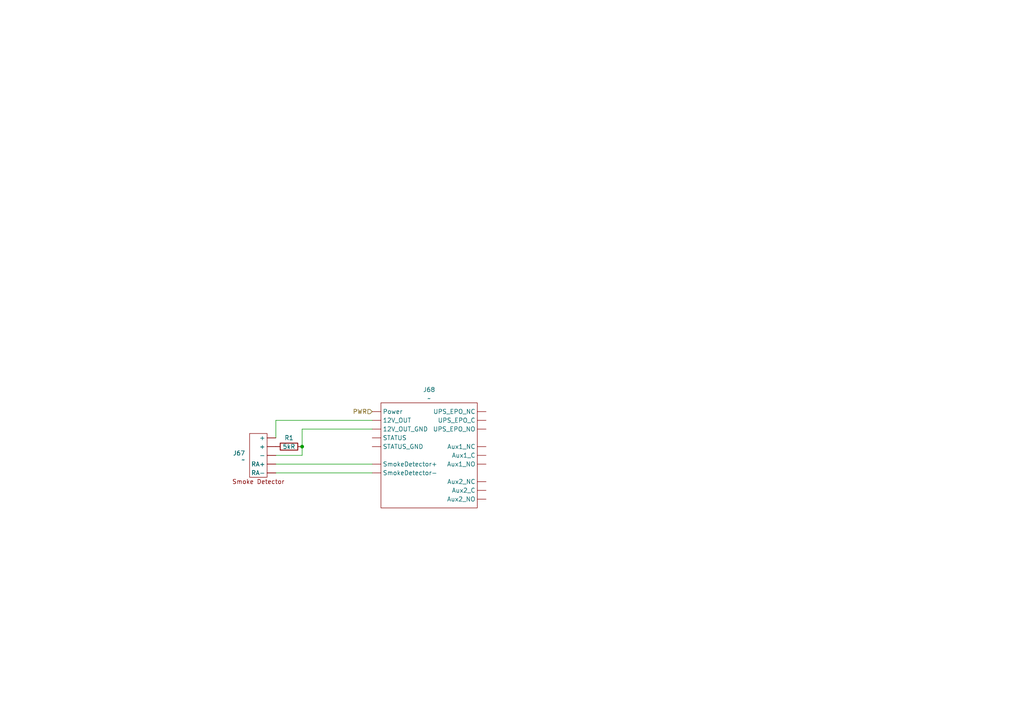
<source format=kicad_sch>
(kicad_sch
	(version 20231120)
	(generator "eeschema")
	(generator_version "8.0")
	(uuid "39f54bea-da80-4dd3-ab32-ae382075ce9b")
	(paper "A4")
	(lib_symbols
		(symbol "Device:R"
			(pin_numbers hide)
			(pin_names
				(offset 0)
			)
			(exclude_from_sim no)
			(in_bom yes)
			(on_board yes)
			(property "Reference" "R"
				(at 2.032 0 90)
				(effects
					(font
						(size 1.27 1.27)
					)
				)
			)
			(property "Value" "R"
				(at 0 0 90)
				(effects
					(font
						(size 1.27 1.27)
					)
				)
			)
			(property "Footprint" ""
				(at -1.778 0 90)
				(effects
					(font
						(size 1.27 1.27)
					)
					(hide yes)
				)
			)
			(property "Datasheet" "~"
				(at 0 0 0)
				(effects
					(font
						(size 1.27 1.27)
					)
					(hide yes)
				)
			)
			(property "Description" "Resistor"
				(at 0 0 0)
				(effects
					(font
						(size 1.27 1.27)
					)
					(hide yes)
				)
			)
			(property "ki_keywords" "R res resistor"
				(at 0 0 0)
				(effects
					(font
						(size 1.27 1.27)
					)
					(hide yes)
				)
			)
			(property "ki_fp_filters" "R_*"
				(at 0 0 0)
				(effects
					(font
						(size 1.27 1.27)
					)
					(hide yes)
				)
			)
			(symbol "R_0_1"
				(rectangle
					(start -1.016 -2.54)
					(end 1.016 2.54)
					(stroke
						(width 0.254)
						(type default)
					)
					(fill
						(type none)
					)
				)
			)
			(symbol "R_1_1"
				(pin passive line
					(at 0 3.81 270)
					(length 1.27)
					(name "~"
						(effects
							(font
								(size 1.27 1.27)
							)
						)
					)
					(number "1"
						(effects
							(font
								(size 1.27 1.27)
							)
						)
					)
				)
				(pin passive line
					(at 0 -3.81 90)
					(length 1.27)
					(name "~"
						(effects
							(font
								(size 1.27 1.27)
							)
						)
					)
					(number "2"
						(effects
							(font
								(size 1.27 1.27)
							)
						)
					)
				)
			)
		)
		(symbol "led_driver:fire_alarm_box"
			(exclude_from_sim no)
			(in_bom yes)
			(on_board yes)
			(property "Reference" "J"
				(at 0 16.764 0)
				(effects
					(font
						(size 1.27 1.27)
					)
				)
			)
			(property "Value" ""
				(at -8.89 15.24 0)
				(effects
					(font
						(size 1.27 1.27)
					)
				)
			)
			(property "Footprint" ""
				(at -8.89 15.24 0)
				(effects
					(font
						(size 1.27 1.27)
					)
					(hide yes)
				)
			)
			(property "Datasheet" ""
				(at -8.89 15.24 0)
				(effects
					(font
						(size 1.27 1.27)
					)
					(hide yes)
				)
			)
			(property "Description" ""
				(at -8.89 15.24 0)
				(effects
					(font
						(size 1.27 1.27)
					)
					(hide yes)
				)
			)
			(symbol "fire_alarm_box_0_1"
				(rectangle
					(start -13.97 15.24)
					(end 13.97 -15.24)
					(stroke
						(width 0)
						(type default)
					)
					(fill
						(type none)
					)
				)
			)
			(symbol "fire_alarm_box_1_1"
				(pin output line
					(at -16.51 10.16 0)
					(length 2.54)
					(name "12V_OUT"
						(effects
							(font
								(size 1.27 1.27)
							)
						)
					)
					(number ""
						(effects
							(font
								(size 1.27 1.27)
							)
						)
					)
				)
				(pin output line
					(at -16.51 7.62 0)
					(length 2.54)
					(name "12V_OUT_GND"
						(effects
							(font
								(size 1.27 1.27)
							)
						)
					)
					(number ""
						(effects
							(font
								(size 1.27 1.27)
							)
						)
					)
				)
				(pin output line
					(at 16.51 0 180)
					(length 2.54)
					(name "Aux1_C"
						(effects
							(font
								(size 1.27 1.27)
							)
						)
					)
					(number ""
						(effects
							(font
								(size 1.27 1.27)
							)
						)
					)
				)
				(pin output line
					(at 16.51 2.54 180)
					(length 2.54)
					(name "Aux1_NC"
						(effects
							(font
								(size 1.27 1.27)
							)
						)
					)
					(number ""
						(effects
							(font
								(size 1.27 1.27)
							)
						)
					)
				)
				(pin output line
					(at 16.51 -2.54 180)
					(length 2.54)
					(name "Aux1_NO"
						(effects
							(font
								(size 1.27 1.27)
							)
						)
					)
					(number ""
						(effects
							(font
								(size 1.27 1.27)
							)
						)
					)
				)
				(pin output line
					(at 16.51 -10.16 180)
					(length 2.54)
					(name "Aux2_C"
						(effects
							(font
								(size 1.27 1.27)
							)
						)
					)
					(number ""
						(effects
							(font
								(size 1.27 1.27)
							)
						)
					)
				)
				(pin output line
					(at 16.51 -7.62 180)
					(length 2.54)
					(name "Aux2_NC"
						(effects
							(font
								(size 1.27 1.27)
							)
						)
					)
					(number ""
						(effects
							(font
								(size 1.27 1.27)
							)
						)
					)
				)
				(pin output line
					(at 16.51 -12.7 180)
					(length 2.54)
					(name "Aux2_NO"
						(effects
							(font
								(size 1.27 1.27)
							)
						)
					)
					(number ""
						(effects
							(font
								(size 1.27 1.27)
							)
						)
					)
				)
				(pin input line
					(at -16.51 12.7 0)
					(length 2.54)
					(name "Power"
						(effects
							(font
								(size 1.27 1.27)
							)
						)
					)
					(number ""
						(effects
							(font
								(size 1.27 1.27)
							)
						)
					)
				)
				(pin output line
					(at -16.51 5.08 0)
					(length 2.54)
					(name "STATUS"
						(effects
							(font
								(size 1.27 1.27)
							)
						)
					)
					(number ""
						(effects
							(font
								(size 1.27 1.27)
							)
						)
					)
				)
				(pin output line
					(at -16.51 2.54 0)
					(length 2.54)
					(name "STATUS_GND"
						(effects
							(font
								(size 1.27 1.27)
							)
						)
					)
					(number ""
						(effects
							(font
								(size 1.27 1.27)
							)
						)
					)
				)
				(pin input line
					(at -16.51 -2.54 0)
					(length 2.54)
					(name "SmokeDetector+"
						(effects
							(font
								(size 1.27 1.27)
							)
						)
					)
					(number ""
						(effects
							(font
								(size 1.27 1.27)
							)
						)
					)
				)
				(pin input line
					(at -16.51 -5.08 0)
					(length 2.54)
					(name "SmokeDetector-"
						(effects
							(font
								(size 1.27 1.27)
							)
						)
					)
					(number ""
						(effects
							(font
								(size 1.27 1.27)
							)
						)
					)
				)
				(pin output line
					(at 16.51 10.16 180)
					(length 2.54)
					(name "UPS_EPO_C"
						(effects
							(font
								(size 1.27 1.27)
							)
						)
					)
					(number ""
						(effects
							(font
								(size 1.27 1.27)
							)
						)
					)
				)
				(pin output line
					(at 16.51 12.7 180)
					(length 2.54)
					(name "UPS_EPO_NC"
						(effects
							(font
								(size 1.27 1.27)
							)
						)
					)
					(number ""
						(effects
							(font
								(size 1.27 1.27)
							)
						)
					)
				)
				(pin output line
					(at 16.51 7.62 180)
					(length 2.54)
					(name "UPS_EPO_NO"
						(effects
							(font
								(size 1.27 1.27)
							)
						)
					)
					(number ""
						(effects
							(font
								(size 1.27 1.27)
							)
						)
					)
				)
			)
		)
		(symbol "led_driver:smoke_detector"
			(exclude_from_sim no)
			(in_bom yes)
			(on_board yes)
			(property "Reference" "J"
				(at 0 7.366 0)
				(effects
					(font
						(size 1.27 1.27)
					)
				)
			)
			(property "Value" ""
				(at 0 8.89 0)
				(effects
					(font
						(size 1.27 1.27)
					)
				)
			)
			(property "Footprint" ""
				(at 0 8.89 0)
				(effects
					(font
						(size 1.27 1.27)
					)
					(hide yes)
				)
			)
			(property "Datasheet" ""
				(at 0 8.89 0)
				(effects
					(font
						(size 1.27 1.27)
					)
					(hide yes)
				)
			)
			(property "Description" ""
				(at 0 8.89 0)
				(effects
					(font
						(size 1.27 1.27)
					)
					(hide yes)
				)
			)
			(symbol "smoke_detector_0_1"
				(rectangle
					(start -2.54 6.35)
					(end 2.54 -6.35)
					(stroke
						(width 0)
						(type default)
					)
					(fill
						(type none)
					)
				)
			)
			(symbol "smoke_detector_1_1"
				(text "Smoke Detector"
					(at 0 -7.62 0)
					(effects
						(font
							(size 1.27 1.27)
						)
					)
				)
				(pin input line
					(at -5.08 2.54 0)
					(length 2.54)
					(name "+"
						(effects
							(font
								(size 1.27 1.27)
							)
						)
					)
					(number ""
						(effects
							(font
								(size 1.27 1.27)
							)
						)
					)
				)
				(pin input line
					(at -5.08 5.08 0)
					(length 2.54)
					(name "+"
						(effects
							(font
								(size 1.27 1.27)
							)
						)
					)
					(number ""
						(effects
							(font
								(size 1.27 1.27)
							)
						)
					)
				)
				(pin input line
					(at -5.08 0 0)
					(length 2.54)
					(name "-"
						(effects
							(font
								(size 1.27 1.27)
							)
						)
					)
					(number ""
						(effects
							(font
								(size 1.27 1.27)
							)
						)
					)
				)
				(pin input line
					(at -5.08 -2.54 0)
					(length 2.54)
					(name "RA+"
						(effects
							(font
								(size 1.27 1.27)
							)
						)
					)
					(number ""
						(effects
							(font
								(size 1.27 1.27)
							)
						)
					)
				)
				(pin input line
					(at -5.08 -5.08 0)
					(length 2.54)
					(name "RA-"
						(effects
							(font
								(size 1.27 1.27)
							)
						)
					)
					(number ""
						(effects
							(font
								(size 1.27 1.27)
							)
						)
					)
				)
			)
		)
	)
	(junction
		(at 87.63 129.54)
		(diameter 0)
		(color 0 0 0 0)
		(uuid "fd29b426-da58-424c-b033-0374c8bf63cc")
	)
	(wire
		(pts
			(xy 80.01 134.62) (xy 107.95 134.62)
		)
		(stroke
			(width 0)
			(type default)
		)
		(uuid "38357e98-5ed1-47de-a3d4-1dce3b4e8038")
	)
	(wire
		(pts
			(xy 80.01 121.92) (xy 80.01 127)
		)
		(stroke
			(width 0)
			(type default)
		)
		(uuid "5a00c13e-d3b5-4535-9633-cd3d3c80bf1c")
	)
	(wire
		(pts
			(xy 87.63 129.54) (xy 87.63 132.08)
		)
		(stroke
			(width 0)
			(type default)
		)
		(uuid "5d772a02-526b-4d33-9849-1d2239b9b83b")
	)
	(wire
		(pts
			(xy 80.01 121.92) (xy 107.95 121.92)
		)
		(stroke
			(width 0)
			(type default)
		)
		(uuid "80a1339a-1ffb-4025-8de9-35953cef7be9")
	)
	(wire
		(pts
			(xy 80.01 137.16) (xy 107.95 137.16)
		)
		(stroke
			(width 0)
			(type default)
		)
		(uuid "9fdcd2c9-95b3-4c4c-85c5-e088a24b4bd5")
	)
	(wire
		(pts
			(xy 87.63 124.46) (xy 107.95 124.46)
		)
		(stroke
			(width 0)
			(type default)
		)
		(uuid "acaf3999-9a9e-4061-b152-d9cf286d4197")
	)
	(wire
		(pts
			(xy 87.63 124.46) (xy 87.63 129.54)
		)
		(stroke
			(width 0)
			(type default)
		)
		(uuid "aee0264d-cb0f-45f1-8e1d-ddfb13cc7795")
	)
	(wire
		(pts
			(xy 87.63 132.08) (xy 80.01 132.08)
		)
		(stroke
			(width 0)
			(type default)
		)
		(uuid "af9ec181-a099-44dc-b8fa-41c0100a5ad2")
	)
	(hierarchical_label "PWR"
		(shape input)
		(at 107.95 119.38 180)
		(fields_autoplaced yes)
		(effects
			(font
				(size 1.27 1.27)
			)
			(justify right)
		)
		(uuid "cf081a48-c5a4-413c-88be-687df03943da")
	)
	(symbol
		(lib_id "led_driver:smoke_detector")
		(at 74.93 132.08 0)
		(mirror y)
		(unit 1)
		(exclude_from_sim no)
		(in_bom yes)
		(on_board yes)
		(dnp no)
		(fields_autoplaced yes)
		(uuid "01b52a5d-35eb-4470-9e2a-4e338301c3df")
		(property "Reference" "J67"
			(at 71.12 131.4449 0)
			(effects
				(font
					(size 1.27 1.27)
				)
				(justify left)
			)
		)
		(property "Value" "~"
			(at 71.12 133.35 0)
			(effects
				(font
					(size 1.27 1.27)
				)
				(justify left)
			)
		)
		(property "Footprint" ""
			(at 74.93 123.19 0)
			(effects
				(font
					(size 1.27 1.27)
				)
				(hide yes)
			)
		)
		(property "Datasheet" ""
			(at 74.93 123.19 0)
			(effects
				(font
					(size 1.27 1.27)
				)
				(hide yes)
			)
		)
		(property "Description" ""
			(at 74.93 123.19 0)
			(effects
				(font
					(size 1.27 1.27)
				)
				(hide yes)
			)
		)
		(pin ""
			(uuid "6514ded9-2dbc-473b-a535-100a30b99880")
		)
		(pin ""
			(uuid "afd0a576-d9f1-4352-be9c-8a21cb853a75")
		)
		(pin ""
			(uuid "6dd7733f-59fe-4e8a-b622-27ee4133ce65")
		)
		(pin ""
			(uuid "2ac52cd9-2fe3-476d-809a-e93e4dfabac1")
		)
		(pin ""
			(uuid "4445dbce-3bb9-4c97-95d8-b9e24d802167")
		)
		(instances
			(project ""
				(path "/33b0be37-4aa5-415a-8914-5441d29c7862/22e05960-1e32-4e7e-977b-a6c927976b27/d54611e0-6afe-4059-974c-235a1b273f20"
					(reference "J67")
					(unit 1)
				)
			)
		)
	)
	(symbol
		(lib_id "Device:R")
		(at 83.82 129.54 270)
		(mirror x)
		(unit 1)
		(exclude_from_sim no)
		(in_bom yes)
		(on_board yes)
		(dnp no)
		(uuid "14239d08-c7c1-4cd2-80c5-5bf5f9849189")
		(property "Reference" "R1"
			(at 83.82 127 90)
			(effects
				(font
					(size 1.27 1.27)
				)
			)
		)
		(property "Value" "5kR"
			(at 83.82 129.54 90)
			(effects
				(font
					(size 1.27 1.27)
				)
			)
		)
		(property "Footprint" ""
			(at 83.82 131.318 90)
			(effects
				(font
					(size 1.27 1.27)
				)
				(hide yes)
			)
		)
		(property "Datasheet" "~"
			(at 83.82 129.54 0)
			(effects
				(font
					(size 1.27 1.27)
				)
				(hide yes)
			)
		)
		(property "Description" "Resistor"
			(at 83.82 129.54 0)
			(effects
				(font
					(size 1.27 1.27)
				)
				(hide yes)
			)
		)
		(pin "1"
			(uuid "adf0b911-febc-478b-941b-6b94f57cfa72")
		)
		(pin "2"
			(uuid "f43f5fbf-05fa-48e3-a5c5-04e399fafdb5")
		)
		(instances
			(project ""
				(path "/33b0be37-4aa5-415a-8914-5441d29c7862/22e05960-1e32-4e7e-977b-a6c927976b27/d54611e0-6afe-4059-974c-235a1b273f20"
					(reference "R1")
					(unit 1)
				)
			)
		)
	)
	(symbol
		(lib_id "led_driver:fire_alarm_box")
		(at 124.46 132.08 0)
		(unit 1)
		(exclude_from_sim no)
		(in_bom yes)
		(on_board yes)
		(dnp no)
		(fields_autoplaced yes)
		(uuid "aa9265e8-5b81-44d6-b453-c8edd933bae2")
		(property "Reference" "J68"
			(at 124.46 113.03 0)
			(effects
				(font
					(size 1.27 1.27)
				)
			)
		)
		(property "Value" "~"
			(at 124.46 115.57 0)
			(effects
				(font
					(size 1.27 1.27)
				)
			)
		)
		(property "Footprint" ""
			(at 115.57 116.84 0)
			(effects
				(font
					(size 1.27 1.27)
				)
				(hide yes)
			)
		)
		(property "Datasheet" ""
			(at 115.57 116.84 0)
			(effects
				(font
					(size 1.27 1.27)
				)
				(hide yes)
			)
		)
		(property "Description" ""
			(at 115.57 116.84 0)
			(effects
				(font
					(size 1.27 1.27)
				)
				(hide yes)
			)
		)
		(pin ""
			(uuid "39a16314-7f78-4553-b9c7-e9736c48f9cf")
		)
		(pin ""
			(uuid "c95bca0d-7142-4c13-aee7-b42350d3af32")
		)
		(pin ""
			(uuid "30a485bd-17b8-434b-8191-c99e36fab215")
		)
		(pin ""
			(uuid "0bada118-5ad7-4b21-98ab-2b14248e2b29")
		)
		(pin ""
			(uuid "8d618d5c-a8dc-4998-a421-bd4b6aa95f06")
		)
		(pin ""
			(uuid "7bd4bc20-d2e7-4224-acfd-09fc606dd97a")
		)
		(pin ""
			(uuid "8bc5780f-e789-458d-ad59-aff3d5ce5b9d")
		)
		(pin ""
			(uuid "b9822bab-7b88-465f-ad66-56ce7c306079")
		)
		(pin ""
			(uuid "613268e4-4739-433e-b3fe-e86c10379329")
		)
		(pin ""
			(uuid "4112cfce-1832-4eb5-8007-57af654e5d9d")
		)
		(pin ""
			(uuid "60160412-8714-4f93-92be-7933e14484e2")
		)
		(pin ""
			(uuid "15965d8e-ea00-4b55-a180-7787b77e913c")
		)
		(pin ""
			(uuid "18ee0eef-c19d-4167-be9d-21e70d42d75e")
		)
		(pin ""
			(uuid "f5e55e30-fb09-4516-aab6-bc6a51f33ad9")
		)
		(pin ""
			(uuid "8e0902ef-1829-4ed3-8f50-63f57b5fd8b1")
		)
		(pin ""
			(uuid "aad23b9b-3853-458d-806f-176abc54058f")
		)
		(instances
			(project ""
				(path "/33b0be37-4aa5-415a-8914-5441d29c7862/22e05960-1e32-4e7e-977b-a6c927976b27/d54611e0-6afe-4059-974c-235a1b273f20"
					(reference "J68")
					(unit 1)
				)
			)
		)
	)
)

</source>
